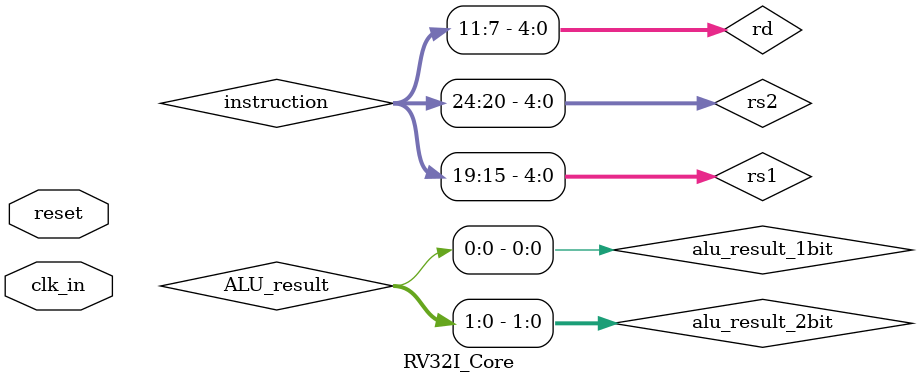
<source format=v>
`timescale 1ns / 1ps


module RV32I_Core(
    input clk_in,
    input reset
  );

  // ClockDivider
  wire clk_1mhz;

  // ProgramCounter
  wire [31:0] pc_address;

  // Instruction Decoder
  wire [31:0] instruction;
  wire [4:0] rs1;
  wire [4:0] rs2;
  wire [4:0] rd;
  wire [6:0] Op_code;
  wire [2:0] funct3;
  wire [6:0] funct7;
  assign rs1 = instruction[19:15];
  assign rs2 = instruction[24:20];
  assign rd = instruction[11:7];
  assign Op_code = instruction[6:0];
  assign funct3 = instruction[14:12];
  assign funct7 = instruction[31:25];

  // Control Unit
  wire branch;
  wire mem_read;
  wire mem_write;
  wire reg_write;
  wire ALUSrcA;
  wire useImm;
  wire [1:0] to_reg_src;
  wire [1:0] ALU_op;
  wire [2:0] ImmSel;
  wire [1:0] PCSel;

  // BranchLogicUnit
  wire alu_result_1bit;
  assign alu_result_1bit = ALU_result[0];
  wire branch_condition_met;

  // Register Files
  wire [31:0] read_data_1;
  wire [31:0] read_data_2;

  // ALUControl
  wire [3:0] ALU_control;

  // ALU
  wire [31:0] ALU_result;
  wire Z;

  // ImmExtender
  wire [31:0] imm_extended_out;

  // DataMemory
  wire [31:0] read_data_memory;

  // LoadExtender
  wire [1:0] alu_result_2bit;
  assign alu_result_2bit = ALU_result[1:0];
  wire [31:0] load_data_extended;

  // PC4Adder
  wire [31:0] pc_plus_4;

  // PC4Adder
  wire [31:0] pc_plus_branch;

  // MUXRegisterWrite
  wire [31:0] data_to_write_reg;

  // MUXALUSrcA
  wire [31:0] SrcA_chosen_data;

  // MUXALUSrcB
  wire [31:0] SrcB_chosen_data;

  // MUXPC
  wire [31:0] PC_chosen_address;



  ClockDivider clk_div (
                 .clk_in(clk_in),
                 .reset(reset),
                 .clk_out_1mhz(clk_1mhz)
               );

  ProgramCounter pc (
                   .clk_in(clk_1mhz),
                   .reset(reset),
                   .pc_next_address(PC_chosen_address),
                   .pc_out_address(pc_address)
                 );

  InstructionMemory im (
                      .instruction_address(pc_address),
                      .instruction(instruction)
                    );

  RegisterFiles regs (
                  .clk_in(clk_1mhz),
                  .reset(reset),
                  .read_register_1(rs1),
                  .read_register_2(rs2),
                  .write_register(rd),
                  .reg_write(reg_write),
                  .data_to_write(data_to_write_reg),
                  .read_data_1(read_data_1),
                  .read_data_2(read_data_2)
                );

  ControlUnit cu (
                .Op_code(Op_code),
                .branch_condition_met(branch_condition_met),
                .branch(branch),
                .mem_read(mem_read),
                .mem_write(mem_write),
                .reg_write(reg_write),
                .ALUSrcA(ALUSrcA),
                .useImm(useImm),
                .to_reg_src(to_reg_src),
                .ALU_op(ALU_op),
                .ImmSel(ImmSel),
                .PCSel(PCSel)
              );

  BranchLogicUnit blu(
                    .zero(Z),
                    .ALU_result(alu_result_1bit),
                    .BranchSel(funct3),
                    .result(branch_condition_met)
                  );

  ALUControl aluc (
               .funct7(funct7),
               .funct3(funct3),
               .ALU_op(ALU_op),
               .ALU_control(ALU_control)
             );

  ALU alu (
        .data1(SrcA_chosen_data),
        .data2(SrcB_chosen_data),
        .ALU_control(ALU_control),
        .ALU_result(ALU_result),
        .Z(Z)
      );

  ImmExtender imm_x (
                .instruction(instruction),
                .ImmSel(ImmSel),
                .imm_extended_out(imm_extended_out)
              );

  DataMemory dm (
               .clk_in(clk_1mhz),
               .memory_address(ALU_result),
               .mem_read(mem_read),
               .mem_write(mem_write),
               .data_to_write(read_data_2),
               .StoreSel(funct3),
               .read_data(read_data_memory)
             );

  LoadExtender load_x (
                 .read_data(read_data_memory),
                 .LoadSel(funct3),
                 .ALU_result(alu_result_2bit),
                 .load_data_extended(load_data_extended)
               );

  PC4Adder adder_4_pc(
             .pc_address(pc_address),
             .pc_next_address(pc_plus_4)
           );

  PCBranchAdder adder_branch_pc(
                  .pc_address(pc_address),
                  .branch_address(imm_extended_out),
                  .pc_next_address(pc_plus_branch)
                );

  MUXALUSrcA mux_a (
               .SrcASel(ALUSrcA),
               .PC(pc_address),
               .Register1(read_data_1),
               .chosen_output(SrcA_chosen_data)
             );

  MUXALUSrcB mux_b (
               .SrcBSel(useImm),
               .Immediate(imm_extended_out),
               .Register2(read_data_2),
               .chosen_output(SrcB_chosen_data)
             );

  MUXPC mux_pc (
          .AddressSel(PCSel),
          .PCADD4(pc_plus_4),
          .BranchTargetAddress(pc_plus_branch),
          .ALU_result(ALU_result),
          .chosen_output(PC_chosen_address)
        );

  MUXRegisterWrite mux_reg (
                     .RegSel(to_reg_src),
                     .ALU_result(ALU_result),
                     .LoadExtender_result(load_data_extended),
                     .PCADD4_result(pc_plus_4),
                     .ImmExtender_result(imm_extended_out),
                     .chosen_output(data_to_write_reg)
                   );
endmodule

</source>
